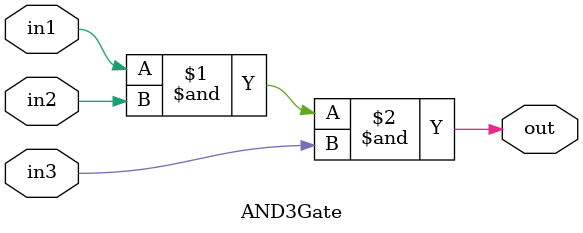
<source format=v>
module ANDGate(in1, in2, out);

	input in1, in2;
	output out;
	assign out = in1 & in2;
	
endmodule

module AND3Gate(in1, in2, in3, out);

	input in1, in2, in3;
	output out;
	assign out = in1 & in2 & in3;
	
endmodule 
</source>
